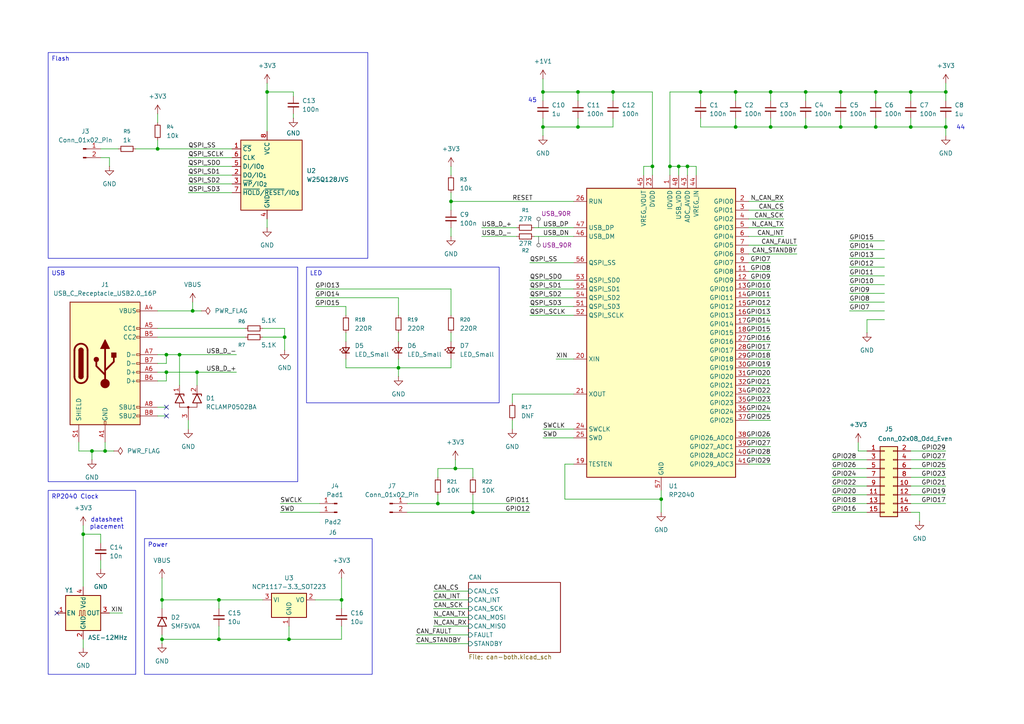
<source format=kicad_sch>
(kicad_sch (version 20250114) (generator "eeschema") (generator_version "9.0")
  (paper "A4")
  (title_block (title "PixApple") (date "2025-07-04") (rev "1"))
  (text "datasheet\nplacement" (at 30.988 151.892 0) (effects (font (size 1.27 1.27))))
  (text "45" (at 154.432 29.21 0) (effects (font (size 1.27 1.27))))
  (text "44" (at 278.638 37.084 0) (effects (font (size 1.27 1.27))))
  (text_box "RP2040 Clock" (at 13.97 142.24 0) (size 25.4 53.34) (margins 0.9525 0.9525 0.9525 0.9525) (effects (font (size 1.27 1.27)) (justify left top)))
  (text_box "Power" (at 41.91 156.21 0) (size 66.04 39.37) (margins 0.9525 0.9525 0.9525 0.9525) (effects (font (size 1.27 1.27)) (justify left top)))
  (text_box "LED" (at 88.9 77.47 0) (size 55.88 39.37) (margins 0.9525 0.9525 0.9525 0.9525) (effects (font (size 1.27 1.27)) (justify left top)))
  (text_box "USB" (at 13.97 77.47 0) (size 72.39 62.23) (margins 0.9525 0.9525 0.9525 0.9525) (effects (font (size 1.27 1.27)) (justify left top)))
  (text_box "Flash" (at 13.97 15.24 0) (size 92.71 59.69) (margins 0.9525 0.9525 0.9525 0.9525) (effects (font (size 1.27 1.27)) (justify left top)))
  (junction (at 127 146.05))
  (junction (at 167.64 36.83))
  (junction (at 130.81 58.42))
  (junction (at 254 36.83))
  (junction (at 137.16 148.59))
  (junction (at 83.82 185.42))
  (junction (at 77.47 26.67))
  (junction (at 264.16 26.67))
  (junction (at 46.99 173.99))
  (junction (at 177.8 26.67))
  (junction (at 48.26 107.95))
  (junction (at 213.36 26.67))
  (junction (at 99.06 173.99))
  (junction (at 191.77 144.78))
  (junction (at 189.23 48.26))
  (junction (at 57.15 107.95))
  (junction (at 203.2 26.67))
  (junction (at 254 26.67))
  (junction (at 213.36 36.83))
  (junction (at 26.67 130.81))
  (junction (at 82.55 97.79))
  (junction (at 45.72 43.18))
  (junction (at 274.32 26.67))
  (junction (at 223.52 36.83))
  (junction (at 194.31 48.26))
  (junction (at 243.84 26.67))
  (junction (at 199.39 48.26))
  (junction (at 157.48 36.83))
  (junction (at 167.64 26.67))
  (junction (at 30.48 130.81))
  (junction (at 196.85 48.26))
  (junction (at 157.48 26.67))
  (junction (at 63.5 173.99))
  (junction (at 233.68 36.83))
  (junction (at 63.5 185.42))
  (junction (at 233.68 26.67))
  (junction (at 55.88 90.17))
  (junction (at 24.13 154.94))
  (junction (at 223.52 26.67))
  (junction (at 132.08 135.89))
  (junction (at 243.84 36.83))
  (junction (at 52.07 102.87))
  (junction (at 115.57 106.68))
  (junction (at 46.99 185.42))
  (junction (at 48.26 102.87))
  (junction (at 274.32 36.83))
  (junction (at 264.16 36.83))
  (no_connect (at 48.26 120.65))
  (no_connect (at 16.51 177.8))
  (no_connect (at 48.26 118.11))
  (wire (pts (xy 83.82 181.61) (xy 83.82 185.42)))
  (wire (pts (xy 177.8 34.29) (xy 177.8 36.83)))
  (wire (pts (xy 157.48 29.21) (xy 157.48 26.67)))
  (wire (pts (xy 31.75 45.72) (xy 31.75 48.26)))
  (wire (pts (xy 39.37 43.18) (xy 45.72 43.18)))
  (wire (pts (xy 48.26 110.49) (xy 48.26 107.95)))
  (wire (pts (xy 223.52 83.82) (xy 217.17 83.82)))
  (wire (pts (xy 130.81 104.14) (xy 130.81 106.68)))
  (wire (pts (xy 91.44 83.82) (xy 130.81 83.82)))
  (wire (pts (xy 223.52 132.08) (xy 217.17 132.08)))
  (wire (pts (xy 167.64 34.29) (xy 167.64 36.83)))
  (wire (pts (xy 186.69 50.8) (xy 186.69 48.26)))
  (wire (pts (xy 31.75 177.8) (xy 35.56 177.8)))
  (wire (pts (xy 248.92 130.81) (xy 248.92 128.27)))
  (wire (pts (xy 54.61 55.88) (xy 67.31 55.88)))
  (wire (pts (xy 241.3 138.43) (xy 251.46 138.43)))
  (wire (pts (xy 274.32 24.13) (xy 274.32 26.67)))
  (wire (pts (xy 246.38 69.85) (xy 256.54 69.85)))
  (wire (pts (xy 167.64 36.83) (xy 157.48 36.83)))
  (wire (pts (xy 246.38 87.63) (xy 256.54 87.63)))
  (wire (pts (xy 125.73 181.61) (xy 135.89 181.61)))
  (wire (pts (xy 99.06 181.61) (xy 99.06 185.42)))
  (wire (pts (xy 167.64 26.67) (xy 177.8 26.67)))
  (wire (pts (xy 132.08 133.35) (xy 132.08 135.89)))
  (wire (pts (xy 153.67 86.36) (xy 166.37 86.36)))
  (wire (pts (xy 125.73 176.53) (xy 135.89 176.53)))
  (wire (pts (xy 115.57 104.14) (xy 115.57 106.68)))
  (wire (pts (xy 274.32 143.51) (xy 264.16 143.51)))
  (wire (pts (xy 54.61 53.34) (xy 67.31 53.34)))
  (wire (pts (xy 251.46 92.71) (xy 251.46 96.52)))
  (wire (pts (xy 99.06 176.53) (xy 99.06 173.99)))
  (wire (pts (xy 154.94 66.04) (xy 166.37 66.04)))
  (wire (pts (xy 45.72 40.64) (xy 45.72 43.18)))
  (wire (pts (xy 29.21 157.48) (xy 29.21 154.94)))
  (wire (pts (xy 241.3 140.97) (xy 251.46 140.97)))
  (wire (pts (xy 243.84 26.67) (xy 233.68 26.67)))
  (wire (pts (xy 246.38 74.93) (xy 256.54 74.93)))
  (wire (pts (xy 120.65 186.69) (xy 135.89 186.69)))
  (wire (pts (xy 45.72 105.41) (xy 48.26 105.41)))
  (wire (pts (xy 54.61 50.8) (xy 67.31 50.8)))
  (wire (pts (xy 29.21 43.18) (xy 34.29 43.18)))
  (wire (pts (xy 223.52 76.2) (xy 217.17 76.2)))
  (wire (pts (xy 63.5 173.99) (xy 76.2 173.99)))
  (wire (pts (xy 48.26 107.95) (xy 45.72 107.95)))
  (wire (pts (xy 274.32 130.81) (xy 264.16 130.81)))
  (wire (pts (xy 223.52 111.76) (xy 217.17 111.76)))
  (wire (pts (xy 163.83 134.62) (xy 163.83 144.78)))
  (wire (pts (xy 254 36.83) (xy 264.16 36.83)))
  (wire (pts (xy 201.93 48.26) (xy 199.39 48.26)))
  (wire (pts (xy 241.3 133.35) (xy 251.46 133.35)))
  (wire (pts (xy 191.77 142.24) (xy 191.77 144.78)))
  (wire (pts (xy 246.38 72.39) (xy 256.54 72.39)))
  (wire (pts (xy 100.33 104.14) (xy 100.33 106.68)))
  (wire (pts (xy 45.72 110.49) (xy 48.26 110.49)))
  (wire (pts (xy 29.21 162.56) (xy 29.21 165.1)))
  (wire (pts (xy 274.32 133.35) (xy 264.16 133.35)))
  (wire (pts (xy 137.16 135.89) (xy 132.08 135.89)))
  (wire (pts (xy 46.99 167.64) (xy 46.99 173.99)))
  (wire (pts (xy 29.21 154.94) (xy 24.13 154.94)))
  (wire (pts (xy 29.21 45.72) (xy 31.75 45.72)))
  (wire (pts (xy 177.8 26.67) (xy 177.8 29.21)))
  (wire (pts (xy 203.2 36.83) (xy 213.36 36.83)))
  (wire (pts (xy 130.81 58.42) (xy 130.81 55.88)))
  (wire (pts (xy 186.69 48.26) (xy 189.23 48.26)))
  (wire (pts (xy 77.47 63.5) (xy 77.47 66.04)))
  (wire (pts (xy 254 26.67) (xy 254 29.21)))
  (wire (pts (xy 199.39 48.26) (xy 196.85 48.26)))
  (wire (pts (xy 130.81 60.96) (xy 130.81 58.42)))
  (wire (pts (xy 213.36 29.21) (xy 213.36 26.67)))
  (wire (pts (xy 55.88 87.63) (xy 55.88 90.17)))
  (wire (pts (xy 57.15 107.95) (xy 57.15 111.76)))
  (wire (pts (xy 223.52 104.14) (xy 217.17 104.14)))
  (wire (pts (xy 130.81 83.82) (xy 130.81 91.44)))
  (wire (pts (xy 196.85 50.8) (xy 196.85 48.26)))
  (wire (pts (xy 82.55 95.25) (xy 82.55 97.79)))
  (wire (pts (xy 213.36 36.83) (xy 223.52 36.83)))
  (wire (pts (xy 137.16 148.59) (xy 118.11 148.59)))
  (wire (pts (xy 223.52 34.29) (xy 223.52 36.83)))
  (wire (pts (xy 251.46 130.81) (xy 248.92 130.81)))
  (wire (pts (xy 241.3 143.51) (xy 251.46 143.51)))
  (wire (pts (xy 274.32 146.05) (xy 264.16 146.05)))
  (wire (pts (xy 91.44 86.36) (xy 115.57 86.36)))
  (wire (pts (xy 223.52 88.9) (xy 217.17 88.9)))
  (wire (pts (xy 223.52 119.38) (xy 217.17 119.38)))
  (wire (pts (xy 52.07 102.87) (xy 68.58 102.87)))
  (wire (pts (xy 48.26 118.11) (xy 45.72 118.11)))
  (wire (pts (xy 223.52 127) (xy 217.17 127)))
  (wire (pts (xy 227.33 66.04) (xy 217.17 66.04)))
  (wire (pts (xy 55.88 90.17) (xy 45.72 90.17)))
  (wire (pts (xy 127 146.05) (xy 153.67 146.05)))
  (wire (pts (xy 203.2 34.29) (xy 203.2 36.83)))
  (wire (pts (xy 77.47 24.13) (xy 77.47 26.67)))
  (wire (pts (xy 223.52 99.06) (xy 217.17 99.06)))
  (wire (pts (xy 189.23 26.67) (xy 189.23 48.26)))
  (wire (pts (xy 227.33 63.5) (xy 217.17 63.5)))
  (wire (pts (xy 223.52 26.67) (xy 213.36 26.67)))
  (wire (pts (xy 58.42 90.17) (xy 55.88 90.17)))
  (wire (pts (xy 115.57 96.52) (xy 115.57 99.06)))
  (wire (pts (xy 85.09 26.67) (xy 85.09 27.94)))
  (wire (pts (xy 177.8 36.83) (xy 167.64 36.83)))
  (wire (pts (xy 153.67 76.2) (xy 166.37 76.2)))
  (wire (pts (xy 130.81 66.04) (xy 130.81 68.58)))
  (wire (pts (xy 63.5 181.61) (xy 63.5 185.42)))
  (wire (pts (xy 100.33 96.52) (xy 100.33 99.06)))
  (wire (pts (xy 223.52 81.28) (xy 217.17 81.28)))
  (wire (pts (xy 191.77 144.78) (xy 191.77 148.59)))
  (wire (pts (xy 115.57 106.68) (xy 115.57 109.22)))
  (wire (pts (xy 48.26 105.41) (xy 48.26 102.87)))
  (wire (pts (xy 157.48 39.37) (xy 157.48 36.83)))
  (wire (pts (xy 274.32 36.83) (xy 274.32 39.37)))
  (wire (pts (xy 227.33 68.58) (xy 217.17 68.58)))
  (wire (pts (xy 213.36 34.29) (xy 213.36 36.83)))
  (wire (pts (xy 227.33 58.42) (xy 217.17 58.42)))
  (wire (pts (xy 130.81 58.42) (xy 166.37 58.42)))
  (wire (pts (xy 153.67 83.82) (xy 166.37 83.82)))
  (wire (pts (xy 45.72 33.02) (xy 45.72 35.56)))
  (wire (pts (xy 82.55 97.79) (xy 82.55 101.6)))
  (wire (pts (xy 46.99 185.42) (xy 46.99 186.69)))
  (wire (pts (xy 163.83 144.78) (xy 191.77 144.78)))
  (wire (pts (xy 233.68 26.67) (xy 223.52 26.67)))
  (wire (pts (xy 264.16 34.29) (xy 264.16 36.83)))
  (wire (pts (xy 246.38 82.55) (xy 256.54 82.55)))
  (wire (pts (xy 130.81 50.8) (xy 130.81 48.26)))
  (wire (pts (xy 264.16 148.59) (xy 266.7 148.59)))
  (wire (pts (xy 213.36 26.67) (xy 203.2 26.67)))
  (wire (pts (xy 54.61 48.26) (xy 67.31 48.26)))
  (wire (pts (xy 127 135.89) (xy 132.08 135.89)))
  (wire (pts (xy 115.57 86.36) (xy 115.57 91.44)))
  (wire (pts (xy 46.99 185.42) (xy 63.5 185.42)))
  (wire (pts (xy 199.39 50.8) (xy 199.39 48.26)))
  (wire (pts (xy 139.7 68.58) (xy 149.86 68.58)))
  (wire (pts (xy 30.48 128.27) (xy 30.48 130.81)))
  (wire (pts (xy 127 138.43) (xy 127 135.89)))
  (wire (pts (xy 246.38 77.47) (xy 256.54 77.47)))
  (wire (pts (xy 153.67 81.28) (xy 166.37 81.28)))
  (wire (pts (xy 243.84 36.83) (xy 254 36.83)))
  (wire (pts (xy 54.61 121.92) (xy 54.61 124.46)))
  (wire (pts (xy 54.61 45.72) (xy 67.31 45.72)))
  (wire (pts (xy 241.3 148.59) (xy 251.46 148.59)))
  (wire (pts (xy 264.16 36.83) (xy 274.32 36.83)))
  (wire (pts (xy 264.16 26.67) (xy 264.16 29.21)))
  (wire (pts (xy 30.48 130.81) (xy 26.67 130.81)))
  (wire (pts (xy 26.67 130.81) (xy 26.67 133.35)))
  (wire (pts (xy 233.68 34.29) (xy 233.68 36.83)))
  (wire (pts (xy 130.81 96.52) (xy 130.81 99.06)))
  (wire (pts (xy 63.5 185.42) (xy 83.82 185.42)))
  (wire (pts (xy 153.67 148.59) (xy 137.16 148.59)))
  (wire (pts (xy 100.33 88.9) (xy 100.33 91.44)))
  (wire (pts (xy 48.26 107.95) (xy 57.15 107.95)))
  (wire (pts (xy 246.38 90.17) (xy 256.54 90.17)))
  (wire (pts (xy 154.94 68.58) (xy 166.37 68.58)))
  (wire (pts (xy 194.31 26.67) (xy 203.2 26.67)))
  (wire (pts (xy 256.54 92.71) (xy 251.46 92.71)))
  (wire (pts (xy 274.32 135.89) (xy 264.16 135.89)))
  (wire (pts (xy 223.52 91.44) (xy 217.17 91.44)))
  (wire (pts (xy 233.68 36.83) (xy 243.84 36.83)))
  (wire (pts (xy 77.47 26.67) (xy 85.09 26.67)))
  (wire (pts (xy 246.38 85.09) (xy 256.54 85.09)))
  (wire (pts (xy 148.59 121.92) (xy 148.59 124.46)))
  (wire (pts (xy 139.7 66.04) (xy 149.86 66.04)))
  (wire (pts (xy 77.47 26.67) (xy 77.47 38.1)))
  (wire (pts (xy 99.06 185.42) (xy 83.82 185.42)))
  (wire (pts (xy 137.16 143.51) (xy 137.16 148.59)))
  (wire (pts (xy 157.48 34.29) (xy 157.48 36.83)))
  (wire (pts (xy 153.67 91.44) (xy 166.37 91.44)))
  (wire (pts (xy 231.14 71.12) (xy 217.17 71.12)))
  (wire (pts (xy 227.33 60.96) (xy 217.17 60.96)))
  (wire (pts (xy 45.72 95.25) (xy 71.12 95.25)))
  (wire (pts (xy 48.26 102.87) (xy 45.72 102.87)))
  (wire (pts (xy 223.52 96.52) (xy 217.17 96.52)))
  (wire (pts (xy 81.28 146.05) (xy 92.71 146.05)))
  (wire (pts (xy 148.59 114.3) (xy 148.59 116.84)))
  (wire (pts (xy 167.64 26.67) (xy 167.64 29.21)))
  (wire (pts (xy 120.65 184.15) (xy 135.89 184.15)))
  (wire (pts (xy 166.37 114.3) (xy 148.59 114.3)))
  (wire (pts (xy 243.84 34.29) (xy 243.84 36.83)))
  (wire (pts (xy 125.73 173.99) (xy 135.89 173.99)))
  (wire (pts (xy 241.3 135.89) (xy 251.46 135.89)))
  (wire (pts (xy 48.26 120.65) (xy 45.72 120.65)))
  (wire (pts (xy 189.23 50.8) (xy 189.23 48.26)))
  (wire (pts (xy 274.32 140.97) (xy 264.16 140.97)))
  (wire (pts (xy 254 34.29) (xy 254 36.83)))
  (wire (pts (xy 22.86 128.27) (xy 22.86 130.81)))
  (wire (pts (xy 76.2 97.79) (xy 82.55 97.79)))
  (wire (pts (xy 201.93 50.8) (xy 201.93 48.26)))
  (wire (pts (xy 254 26.67) (xy 243.84 26.67)))
  (wire (pts (xy 166.37 134.62) (xy 163.83 134.62)))
  (wire (pts (xy 274.32 26.67) (xy 264.16 26.67)))
  (wire (pts (xy 203.2 29.21) (xy 203.2 26.67)))
  (wire (pts (xy 266.7 148.59) (xy 266.7 151.13)))
  (wire (pts (xy 100.33 106.68) (xy 115.57 106.68)))
  (wire (pts (xy 264.16 26.67) (xy 254 26.67)))
  (wire (pts (xy 223.52 101.6) (xy 217.17 101.6)))
  (wire (pts (xy 194.31 26.67) (xy 194.31 48.26)))
  (wire (pts (xy 246.38 80.01) (xy 256.54 80.01)))
  (wire (pts (xy 45.72 97.79) (xy 71.12 97.79)))
  (wire (pts (xy 33.02 130.81) (xy 30.48 130.81)))
  (wire (pts (xy 46.99 173.99) (xy 46.99 176.53)))
  (wire (pts (xy 125.73 171.45) (xy 135.89 171.45)))
  (wire (pts (xy 223.52 116.84) (xy 217.17 116.84)))
  (wire (pts (xy 223.52 29.21) (xy 223.52 26.67)))
  (wire (pts (xy 125.73 179.07) (xy 135.89 179.07)))
  (wire (pts (xy 52.07 102.87) (xy 52.07 111.76)))
  (wire (pts (xy 223.52 78.74) (xy 217.17 78.74)))
  (wire (pts (xy 24.13 154.94) (xy 24.13 170.18)))
  (wire (pts (xy 223.52 109.22) (xy 217.17 109.22)))
  (wire (pts (xy 127 146.05) (xy 118.11 146.05)))
  (wire (pts (xy 130.81 106.68) (xy 115.57 106.68)))
  (wire (pts (xy 157.48 124.46) (xy 166.37 124.46)))
  (wire (pts (xy 223.52 134.62) (xy 217.17 134.62)))
  (wire (pts (xy 63.5 176.53) (xy 63.5 173.99)))
  (wire (pts (xy 24.13 185.42) (xy 24.13 187.96)))
  (wire (pts (xy 233.68 26.67) (xy 233.68 29.21)))
  (wire (pts (xy 223.52 121.92) (xy 217.17 121.92)))
  (wire (pts (xy 241.3 146.05) (xy 251.46 146.05)))
  (wire (pts (xy 194.31 48.26) (xy 194.31 50.8)))
  (wire (pts (xy 274.32 26.67) (xy 274.32 29.21)))
  (wire (pts (xy 153.67 88.9) (xy 166.37 88.9)))
  (wire (pts (xy 223.52 36.83) (xy 233.68 36.83)))
  (wire (pts (xy 231.14 73.66) (xy 217.17 73.66)))
  (wire (pts (xy 46.99 184.15) (xy 46.99 185.42)))
  (wire (pts (xy 177.8 26.67) (xy 189.23 26.67)))
  (wire (pts (xy 91.44 88.9) (xy 100.33 88.9)))
  (wire (pts (xy 223.52 129.54) (xy 217.17 129.54)))
  (wire (pts (xy 161.29 104.14) (xy 166.37 104.14)))
  (wire (pts (xy 243.84 26.67) (xy 243.84 29.21)))
  (wire (pts (xy 223.52 114.3) (xy 217.17 114.3)))
  (wire (pts (xy 274.32 138.43) (xy 264.16 138.43)))
  (wire (pts (xy 157.48 127) (xy 166.37 127)))
  (wire (pts (xy 127 143.51) (xy 127 146.05)))
  (wire (pts (xy 99.06 167.64) (xy 99.06 173.99)))
  (wire (pts (xy 63.5 173.99) (xy 46.99 173.99)))
  (wire (pts (xy 223.52 106.68) (xy 217.17 106.68)))
  (wire (pts (xy 57.15 107.95) (xy 68.58 107.95)))
  (wire (pts (xy 196.85 48.26) (xy 194.31 48.26)))
  (wire (pts (xy 223.52 93.98) (xy 217.17 93.98)))
  (wire (pts (xy 85.09 33.02) (xy 85.09 34.29)))
  (wire (pts (xy 223.52 86.36) (xy 217.17 86.36)))
  (wire (pts (xy 157.48 26.67) (xy 167.64 26.67)))
  (wire (pts (xy 45.72 43.18) (xy 67.31 43.18)))
  (wire (pts (xy 22.86 130.81) (xy 26.67 130.81)))
  (wire (pts (xy 157.48 26.67) (xy 157.48 22.86)))
  (wire (pts (xy 24.13 152.4) (xy 24.13 154.94)))
  (wire (pts (xy 274.32 34.29) (xy 274.32 36.83)))
  (wire (pts (xy 81.28 148.59) (xy 92.71 148.59)))
  (wire (pts (xy 99.06 173.99) (xy 91.44 173.99)))
  (wire (pts (xy 76.2 95.25) (xy 82.55 95.25)))
  (wire (pts (xy 48.26 102.87) (xy 52.07 102.87)))
  (wire (pts (xy 137.16 138.43) (xy 137.16 135.89)))
  (label "N_CAN_RX" (at 125.73 181.61 0))
  (label "GPIO23" (at 223.52 116.84 180))
  (label "N_CAN_TX" (at 125.73 179.07 0))
  (label "GPIO29" (at 223.52 134.62 180))
  (label "CAN_FAULT" (at 231.14 71.12 180))
  (label "QSPI_SD3" (at 153.67 88.9 0))
  (label "QSPI_SCLK" (at 54.61 45.72 0))
  (label "GPIO17" (at 274.32 146.05 180))
  (label "GPIO9" (at 223.52 81.28 180))
  (label "RESET" (at 148.59 58.42 0))
  (label "GPIO12" (at 223.52 88.9 180))
  (label "XIN" (at 161.29 104.14 0))
  (label "QSPI_SCLK" (at 153.67 91.44 0))
  (label "GPIO11" (at 223.52 86.36 180))
  (label "GPIO25" (at 223.52 121.92 180))
  (label "GPIO15" (at 91.44 88.9 0))
  (label "GPIO23" (at 274.32 138.43 180))
  (label "CAN_CS" (at 227.33 60.96 180))
  (label "QSPI_SDO" (at 54.61 48.26 0))
  (label "GPIO22" (at 241.3 140.97 0))
  (label "GPIO11" (at 153.67 146.05 180))
  (label "GPIO24" (at 241.3 138.43 0))
  (label "QSPI_SD2" (at 54.61 53.34 0))
  (label "CAN_STANDBY" (at 231.14 73.66 180))
  (label "GPIO25" (at 274.32 135.89 180))
  (label "GPIO14" (at 91.44 86.36 0))
  (label "USB_DN" (at 157.48 68.58 0))
  (label "QSPI_SDO" (at 153.67 81.28 0))
  (label "SWCLK" (at 157.48 124.46 0))
  (label "GPIO11" (at 246.38 80.01 0))
  (label "SWCLK" (at 81.28 146.05 0))
  (label "GPIO21" (at 274.32 140.97 180))
  (label "GPIO27" (at 223.52 129.54 180))
  (label "GPIO8" (at 223.52 78.74 180))
  (label "N_CAN_TX" (at 227.33 66.04 180))
  (label "GPIO7" (at 246.38 90.17 0))
  (label "GPIO26" (at 223.52 127 180))
  (label "GPIO15" (at 223.52 96.52 180))
  (label "CAN_STANDBY" (at 120.65 186.69 0))
  (label "GPIO13" (at 91.44 83.82 0))
  (label "USB_D_+" (at 68.58 107.95 180))
  (label "GPIO17" (at 223.52 101.6 180))
  (label "GPIO28" (at 223.52 132.08 180))
  (label "GPIO26" (at 241.3 135.89 0))
  (label "QSPI_SD1" (at 153.67 83.82 0))
  (label "CAN_CS" (at 125.73 171.45 0))
  (label "GPIO18" (at 223.52 104.14 180))
  (label "GPIO10" (at 246.38 82.55 0))
  (label "CAN_SCK" (at 227.33 63.5 180))
  (label "GPIO22" (at 223.52 114.3 180))
  (label "GPIO13" (at 223.52 91.44 180))
  (label "GPIO7" (at 223.52 76.2 180))
  (label "QSPI_SD2" (at 153.67 86.36 0))
  (label "GPIO15" (at 246.38 69.85 0))
  (label "GPIO16" (at 241.3 148.59 0))
  (label "QSPI_SD3" (at 54.61 55.88 0))
  (label "SWD" (at 157.48 127 0))
  (label "GPIO24" (at 223.52 119.38 180))
  (label "XIN" (at 35.56 177.8 180))
  (label "GPIO21" (at 223.52 111.76 180))
  (label "CAN_INT" (at 125.73 173.99 0))
  (label "GPIO20" (at 223.52 109.22 180))
  (label "QSPI_SS" (at 153.67 76.2 0))
  (label "QSPI_SD1" (at 54.61 50.8 0))
  (label "GPIO27" (at 274.32 133.35 180))
  (label "USB_DP" (at 157.48 66.04 0))
  (label "GPIO12" (at 246.38 77.47 0))
  (label "GPIO14" (at 246.38 72.39 0))
  (label "GPIO29" (at 274.32 130.81 180))
  (label "QSPI_SS" (at 54.61 43.18 0))
  (label "N_CAN_RX" (at 227.33 58.42 180))
  (label "GPIO9" (at 246.38 85.09 0))
  (label "GPIO16" (at 223.52 99.06 180))
  (label "GPIO12" (at 153.67 148.59 180))
  (label "GPIO14" (at 223.52 93.98 180))
  (label "GPIO20" (at 241.3 143.51 0))
  (label "CAN_INT" (at 227.33 68.58 180))
  (label "USB_D_-" (at 68.58 102.87 180))
  (label "GPIO18" (at 241.3 146.05 0))
  (label "USB_D_-" (at 139.7 68.58 0))
  (label "GPIO19" (at 223.52 106.68 180))
  (label "GPIO13" (at 246.38 74.93 0))
  (label "GPIO8" (at 246.38 87.63 0))
  (label "SWD" (at 81.28 148.59 0))
  (label "GPIO19" (at 274.32 143.51 180))
  (label "GPIO10" (at 223.52 83.82 180))
  (label "CAN_FAULT" (at 120.65 184.15 0))
  (label "CAN_SCK" (at 125.73 176.53 0))
  (label "USB_D_+" (at 139.7 66.04 0))
  (label "GPIO28" (at 241.3 133.35 0))
  (netclass_flag "" (length 2.54) (shape round) (at 156.21 68.58 180) (property "Netclass" "USB_90R" (at 157.226 71.12 0) (effects (justify left))))
  (netclass_flag "" (length 2.54) (shape round) (at 156.21 66.04 0) (property "Netclass" "USB_90R" (at 156.972 61.976 0) (effects (justify left))))
  (symbol (lib_id "power:GND") (at 46.99 186.69 0) (unit 1)
    (property "Reference" "#PWR020" (effects (hide yes)))
    (property "Value" "GND" (at 46.99 191.77 0))
    (property "Description" "Power symbol creates a global label with name \"GND\" , ground" (effects (hide yes)))
  )
  (symbol (lib_id "Device:C_Small") (at 243.84 31.75 0) (unit 1)
    (property "Reference" "C5" (at 246.38 30.4862 0) (effects (justify left)))
    (property "Value" "100n" (at 246.38 33.0262 0) (effects (justify left)))
    (property "Footprint" "Capacitor_SMD:C_0603_1608Metric_Pad1.08x0.95mm_HandSolder" (effects (hide yes)))
    (property "Description" "Unpolarized capacitor, small symbol" (effects (hide yes)))
  )
  (symbol (lib_id "Device:R_Small") (at 115.57 93.98 180) (unit 1)
    (property "Reference" "R19" (at 118.11 92.7099 0) (effects (font (size 1.016 1.016)) (justify right)))
    (property "Value" "220R" (at 118.11 95.2499 0) (effects (justify right)))
    (property "Footprint" "Resistor_SMD:R_0603_1608Metric_Pad0.98x0.95mm_HandSolder" (effects (hide yes)))
    (property "Description" "Resistor, small symbol" (effects (hide yes)))
  )
  (symbol (lib_id "power:GND") (at 77.47 66.04 0) (unit 1)
    (property "Reference" "#PWR012" (effects (hide yes)))
    (property "Value" "GND" (at 77.47 71.12 0))
    (property "Description" "Power symbol creates a global label with name \"GND\" , ground" (effects (hide yes)))
  )
  (symbol (lib_id "Regulator_Linear:NCP1117-3.3_SOT223") (at 83.82 173.99 0) (unit 1)
    (property "Reference" "U3" (at 83.82 167.64 0))
    (property "Value" "NCP1117-3.3_SOT223" (at 83.82 170.18 0))
    (property "Footprint" "Package_TO_SOT_SMD:SOT-223-3_TabPin2" (effects (hide yes)))
    (property "Datasheet" "http://www.onsemi.com/pub_link/Collateral/NCP1117-D.PDF" (effects (hide yes)))
    (property "Description" "1A Low drop-out regulator, Fixed Output 3.3V, SOT-223" (effects (hide yes)))
  )
  (symbol (lib_id "Device:C_Small") (at 274.32 31.75 0) (unit 1)
    (property "Reference" "C8" (at 276.86 30.4862 0) (effects (justify left)))
    (property "Value" "1u" (at 276.86 33.0262 0) (effects (justify left)))
    (property "Footprint" "Capacitor_SMD:C_0603_1608Metric_Pad1.08x0.95mm_HandSolder" (effects (hide yes)))
    (property "Description" "Unpolarized capacitor, small symbol" (effects (hide yes)))
  )
  (symbol (lib_id "Device:C_Small") (at 63.5 179.07 0) (unit 1)
    (property "Reference" "C15" (at 66.04 177.8062 0) (effects (justify left)))
    (property "Value" "10u" (at 66.04 180.3462 0) (effects (justify left)))
    (property "Footprint" "Capacitor_SMD:C_0603_1608Metric_Pad1.08x0.95mm_HandSolder" (effects (hide yes)))
    (property "Description" "Unpolarized capacitor, small symbol" (effects (hide yes)))
  )
  (symbol (lib_id "power:GND") (at 31.75 48.26 0) (unit 1)
    (property "Reference" "#PWR036" (effects (hide yes)))
    (property "Value" "GND" (at 31.75 53.34 0))
    (property "Description" "Power symbol creates a global label with name \"GND\" , ground" (effects (hide yes)))
  )
  (symbol (lib_id "Device:R_Small") (at 73.66 97.79 90) (unit 1)
    (property "Reference" "R7" (at 70.104 100.076 90) (effects (font (size 1.016 1.016))))
    (property "Value" "5.1K" (at 77.978 100.076 90))
    (property "Footprint" "Resistor_SMD:R_0603_1608Metric_Pad0.98x0.95mm_HandSolder" (effects (hide yes)))
    (property "Description" "Resistor, small symbol" (effects (hide yes)))
  )
  (symbol (lib_id "power:GND") (at 191.77 148.59 0) (unit 1)
    (property "Reference" "#PWR01" (effects (hide yes)))
    (property "Value" "GND" (at 191.77 153.67 0))
    (property "Description" "Power symbol creates a global label with name \"GND\" , ground" (effects (hide yes)))
  )
  (symbol (lib_id "power:VBUS") (at 46.99 167.64 0) (unit 1)
    (property "Reference" "#PWR019" (effects (hide yes)))
    (property "Value" "VBUS" (at 46.99 162.56 0))
    (property "Description" "Power symbol creates a global label with name \"VBUS\"" (effects (hide yes)))
  )
  (symbol (lib_id "power:GND") (at 82.55 101.6 0) (unit 1)
    (property "Reference" "#PWR014" (effects (hide yes)))
    (property "Value" "GND" (at 82.55 106.68 0))
    (property "Description" "Power symbol creates a global label with name \"GND\" , ground" (effects (hide yes)))
  )
  (symbol (lib_id "Device:C_Small") (at 203.2 31.75 0) (unit 1)
    (property "Reference" "C1" (at 205.74 30.4862 0) (effects (justify left)))
    (property "Value" "100n" (at 205.74 33.0262 0) (effects (justify left)))
    (property "Footprint" "Capacitor_SMD:C_0603_1608Metric_Pad1.08x0.95mm_HandSolder" (effects (hide yes)))
    (property "Description" "Unpolarized capacitor, small symbol" (effects (hide yes)))
  )
  (symbol (lib_id "power:GND") (at 251.46 96.52 0) (unit 1)
    (property "Reference" "#PWR039" (effects (hide yes)))
    (property "Value" "GND" (at 251.46 101.6 0))
    (property "Description" "Power symbol creates a global label with name \"GND\" , ground" (effects (hide yes)))
  )
  (symbol (lib_id "Power_Protection:RCLAMP0502BA") (at 54.61 116.84 90) (unit 1)
    (property "Reference" "D1" (at 59.69 115.5064 90) (effects (justify right)))
    (property "Value" "RCLAMP0502BA" (at 59.69 118.0464 90) (effects (justify right)))
    (property "Footprint" "Package_TO_SOT_SMD:SOT-416" (effects (hide yes)))
    (property "Datasheet" "https://www.semtech.com/products/circuit-protection/low-capacitance/rclamp0502ba" (effects (hide yes)))
    (property "Description" "Low capacitance unidirectional dual ESD protection diode, SC-75" (effects (hide yes)))
  )
  (symbol (lib_id "Device:C_Small") (at 177.8 31.75 0) (unit 1)
    (property "Reference" "C12" (at 180.34 30.4862 0) (effects (justify left)))
    (property "Value" "100n" (at 180.34 33.0262 0) (effects (justify left)))
    (property "Footprint" "Capacitor_SMD:C_0603_1608Metric_Pad1.08x0.95mm_HandSolder" (effects (hide yes)))
    (property "Description" "Unpolarized capacitor, small symbol" (effects (hide yes)))
  )
  (symbol (lib_id "Device:R_Small") (at 100.33 93.98 180) (unit 1)
    (property "Reference" "R18" (at 102.87 92.7099 0) (effects (font (size 1.016 1.016)) (justify right)))
    (property "Value" "220R" (at 102.87 95.2499 0) (effects (justify right)))
    (property "Footprint" "Resistor_SMD:R_0603_1608Metric_Pad0.98x0.95mm_HandSolder" (effects (hide yes)))
    (property "Description" "Resistor, small symbol" (effects (hide yes)))
  )
  (symbol (lib_id "Device:C_Small") (at 29.21 160.02 0) (unit 1)
    (property "Reference" "C14" (at 31.75 158.7562 0) (effects (justify left)))
    (property "Value" "10n" (at 31.75 161.2962 0) (effects (justify left)))
    (property "Footprint" "Capacitor_SMD:C_0603_1608Metric_Pad1.08x0.95mm_HandSolder" (effects (hide yes)))
    (property "Description" "Unpolarized capacitor, small symbol" (effects (hide yes)))
  )
  (symbol (lib_id "Connector_Generic:Conn_02x08_Odd_Even") (at 256.54 138.43 0) (unit 1)
    (property "Reference" "J5" (at 257.81 124.46 0))
    (property "Value" "Conn_02x08_Odd_Even" (at 265.43 127.254 0))
    (property "Footprint" "Connector_PinHeader_2.54mm:PinHeader_2x08_P2.54mm_Vertical" (effects (hide yes)))
    (property "Description" "Generic connector, double row, 02x08, odd/even pin numbering scheme (row 1 odd numbers, row 2 even numbers), script generated (kicad-library-utils/schlib/autogen/connector/)" (effects (hide yes)))
  )
  (symbol (lib_id "Device:R_Small") (at 148.59 119.38 0) (unit 1)
    (property "Reference" "R17" (at 151.13 118.1099 0) (effects (font (size 1.016 1.016)) (justify left)))
    (property "Value" "DNF" (at 151.13 120.6499 0) (effects (justify left)))
    (property "Footprint" "Resistor_SMD:R_0603_1608Metric_Pad0.98x0.95mm_HandSolder" (effects (hide yes)))
    (property "Description" "Resistor, small symbol" (effects (hide yes)))
  )
  (symbol (lib_id "power:+3V3") (at 274.32 24.13 0) (unit 1)
    (property "Reference" "#PWR02" (effects (hide yes)))
    (property "Value" "+3V3" (at 274.32 19.05 0))
    (property "Description" "Power symbol creates a global label with name \"+3V3\"" (effects (hide yes)))
  )
  (symbol (lib_id "power:PWR_FLAG") (at 33.02 130.81 270) (unit 1)
    (property "Reference" "#FLG02" (effects (hide yes)))
    (property "Value" "PWR_FLAG" (at 36.83 130.8099 90) (effects (justify left)))
    (property "Description" "Special symbol for telling ERC where power comes from" (effects (hide yes)))
  )
  (symbol (lib_id "MCU_RaspberryPi:RP2040") (at 191.77 96.52 0) (unit 1)
    (property "Reference" "U1" (at 193.9133 140.97 0) (effects (justify left)))
    (property "Value" "RP2040" (at 193.9133 143.51 0) (effects (justify left)))
    (property "Footprint" "Package_DFN_QFN:QFN-56-1EP_7x7mm_P0.4mm_EP3.2x3.2mm" (effects (hide yes)))
    (property "Datasheet" "https://datasheets.raspberrypi.com/rp2040/rp2040-datasheet.pdf" (effects (hide yes)))
    (property "Description" "A microcontroller by Raspberry Pi" (effects (hide yes)))
  )
  (symbol (lib_id "Device:C_Small") (at 233.68 31.75 0) (unit 1)
    (property "Reference" "C4" (at 236.22 30.4862 0) (effects (justify left)))
    (property "Value" "100n" (at 236.22 33.0262 0) (effects (justify left)))
    (property "Footprint" "Capacitor_SMD:C_0603_1608Metric_Pad1.08x0.95mm_HandSolder" (effects (hide yes)))
    (property "Description" "Unpolarized capacitor, small symbol" (effects (hide yes)))
  )
  (symbol (lib_id "Connector:Conn_01x02_Pin") (at 24.13 43.18 0) (unit 1)
    (property "Reference" "J3" (at 24.765 38.1 0))
    (property "Value" "Conn_01x02_Pin" (at 24.765 40.64 0))
    (property "Footprint" "Connector_PinHeader_2.54mm:PinHeader_1x02_P2.54mm_Vertical" (effects (hide yes)))
    (property "Description" "Generic connector, single row, 01x02, script generated" (effects (hide yes)))
  )
  (symbol (lib_id "power:PWR_FLAG") (at 58.42 90.17 270) (unit 1)
    (property "Reference" "#FLG01" (effects (hide yes)))
    (property "Value" "PWR_FLAG" (at 62.23 90.1699 90) (effects (justify left)))
    (property "Description" "Special symbol for telling ERC where power comes from" (effects (hide yes)))
  )
  (symbol (lib_id "power:+3V3") (at 99.06 167.64 0) (unit 1)
    (property "Reference" "#PWR021" (effects (hide yes)))
    (property "Value" "+3V3" (at 99.06 162.56 0))
    (property "Description" "Power symbol creates a global label with name \"+3V3\"" (effects (hide yes)))
  )
  (symbol (lib_id "Device:R_Small") (at 137.16 140.97 0) (unit 1)
    (property "Reference" "R22" (at 139.7 139.6999 0) (effects (font (size 1.016 1.016)) (justify left)))
    (property "Value" "10K" (at 139.7 142.2399 0) (effects (justify left)))
    (property "Footprint" "Resistor_SMD:R_0603_1608Metric_Pad0.98x0.95mm_HandSolder" (effects (hide yes)))
    (property "Description" "Resistor, small symbol" (effects (hide yes)))
  )
  (symbol (lib_id "power:GND") (at 157.48 39.37 0) (unit 1)
    (property "Reference" "#PWR07" (effects (hide yes)))
    (property "Value" "GND" (at 157.48 44.45 0))
    (property "Description" "Power symbol creates a global label with name \"GND\" , ground" (effects (hide yes)))
  )
  (symbol (lib_id "Device:C_Small") (at 157.48 31.75 0) (unit 1)
    (property "Reference" "C10" (at 160.02 30.4862 0) (effects (justify left)))
    (property "Value" "1u" (at 160.02 33.0262 0) (effects (justify left)))
    (property "Footprint" "Capacitor_SMD:C_0603_1608Metric_Pad1.08x0.95mm_HandSolder" (effects (hide yes)))
    (property "Description" "Unpolarized capacitor, small symbol" (effects (hide yes)))
  )
  (symbol (lib_id "power:GND") (at 29.21 165.1 0) (unit 1)
    (property "Reference" "#PWR018" (effects (hide yes)))
    (property "Value" "GND" (at 29.21 170.18 0))
    (property "Description" "Power symbol creates a global label with name \"GND\" , ground" (effects (hide yes)))
  )
  (symbol (lib_id "power:+3V3") (at 77.47 24.13 0) (unit 1)
    (property "Reference" "#PWR011" (effects (hide yes)))
    (property "Value" "+3V3" (at 77.47 19.05 0))
    (property "Description" "Power symbol creates a global label with name \"+3V3\"" (effects (hide yes)))
  )
  (symbol (lib_id "Device:C_Small") (at 223.52 31.75 0) (unit 1)
    (property "Reference" "C3" (at 226.06 30.4862 0) (effects (justify left)))
    (property "Value" "100n" (at 226.06 33.0262 0) (effects (justify left)))
    (property "Footprint" "Capacitor_SMD:C_0603_1608Metric_Pad1.08x0.95mm_HandSolder" (effects (hide yes)))
    (property "Description" "Unpolarized capacitor, small symbol" (effects (hide yes)))
  )
  (symbol (lib_id "Memory_Flash:W25Q128JVS") (at 77.47 50.8 0) (unit 1)
    (property "Reference" "U2" (at 88.9 49.5299 0) (effects (justify left)))
    (property "Value" "W25Q128JVS" (at 88.9 52.0699 0) (effects (justify left)))
    (property "Footprint" "Package_SO:SOIC-8_5.3x5.3mm_P1.27mm" (effects (hide yes)))
    (property "Datasheet" "https://www.winbond.com/resource-files/w25q128jv_dtr%20revc%2003272018%20plus.pdf" (effects (hide yes)))
    (property "Description" "128Mbit / 16MiB Serial Flash Memory, Standard/Dual/Quad SPI, 2.7-3.6V, SOIC-8" (effects (hide yes)))
  )
  (symbol (lib_id "Diode:SMF5V0A") (at 46.99 180.34 270) (unit 1)
    (property "Reference" "D2" (at 49.53 179.0699 90) (effects (justify left)))
    (property "Value" "SMF5V0A" (at 49.53 181.6099 90) (effects (justify left)))
    (property "Footprint" "Diode_SMD:D_SMF" (effects (hide yes)))
    (property "Datasheet" "https://www.vishay.com/doc?85881" (effects (hide yes)))
    (property "Description" "200W unidirectional Transil Transient Voltage Suppressor, 5Vrwm, SMF" (effects (hide yes)))
  )
  (symbol (lib_id "Device:R_Small") (at 36.83 43.18 90) (unit 1)
    (property "Reference" "R5" (at 36.83 38.1 90) (effects (font (size 1.016 1.016))))
    (property "Value" "1k" (at 36.83 40.64 90))
    (property "Footprint" "Resistor_SMD:R_0603_1608Metric_Pad0.98x0.95mm_HandSolder" (effects (hide yes)))
    (property "Description" "Resistor, small symbol" (effects (hide yes)))
  )
  (symbol (lib_id "Device:R_Small") (at 130.81 53.34 0) (unit 1)
    (property "Reference" "R3" (at 133.35 52.0699 0) (effects (font (size 1.016 1.016)) (justify left)))
    (property "Value" "10k" (at 133.35 54.6099 0) (effects (justify left)))
    (property "Footprint" "Resistor_SMD:R_0603_1608Metric_Pad0.98x0.95mm_HandSolder" (effects (hide yes)))
    (property "Description" "Resistor, small symbol" (effects (hide yes)))
  )
  (symbol (lib_id "power:+3V3") (at 45.72 33.02 0) (unit 1)
    (property "Reference" "#PWR09" (effects (hide yes)))
    (property "Value" "+3V3" (at 45.72 27.94 0))
    (property "Description" "Power symbol creates a global label with name \"+3V3\"" (effects (hide yes)))
  )
  (symbol (lib_id "Device:R_Small") (at 130.81 93.98 180) (unit 1)
    (property "Reference" "R20" (at 133.35 92.7099 0) (effects (font (size 1.016 1.016)) (justify right)))
    (property "Value" "220R" (at 133.35 95.2499 0) (effects (justify right)))
    (property "Footprint" "Resistor_SMD:R_0603_1608Metric_Pad0.98x0.95mm_HandSolder" (effects (hide yes)))
    (property "Description" "Resistor, small symbol" (effects (hide yes)))
  )
  (symbol (lib_id "power:GND") (at 148.59 124.46 0) (unit 1)
    (property "Reference" "#PWR037" (effects (hide yes)))
    (property "Value" "GND" (at 148.59 129.54 0))
    (property "Description" "Power symbol creates a global label with name \"GND\" , ground" (effects (hide yes)))
  )
  (symbol (lib_id "power:GND") (at 85.09 34.29 0) (unit 1)
    (property "Reference" "#PWR010" (effects (hide yes)))
    (property "Value" "GND" (at 85.09 38.608 0))
    (property "Description" "Power symbol creates a global label with name \"GND\" , ground" (effects (hide yes)))
  )
  (symbol (lib_id "Device:C_Small") (at 99.06 179.07 0) (unit 1)
    (property "Reference" "C16" (at 101.6 177.8062 0) (effects (justify left)))
    (property "Value" "10u" (at 101.6 180.3462 0) (effects (justify left)))
    (property "Footprint" "Capacitor_SMD:C_0603_1608Metric_Pad1.08x0.95mm_HandSolder" (effects (hide yes)))
    (property "Description" "Unpolarized capacitor, small symbol" (effects (hide yes)))
  )
  (symbol (lib_id "power:+3V3") (at 24.13 152.4 0) (unit 1)
    (property "Reference" "#PWR016" (effects (hide yes)))
    (property "Value" "+3V3" (at 24.13 147.32 0))
    (property "Description" "Power symbol creates a global label with name \"+3V3\"" (effects (hide yes)))
  )
  (symbol (lib_id "power:GND") (at 54.61 124.46 0) (unit 1)
    (property "Reference" "#PWR013" (effects (hide yes)))
    (property "Value" "GND" (at 54.61 129.54 0))
    (property "Description" "Power symbol creates a global label with name \"GND\" , ground" (effects (hide yes)))
  )
  (symbol (lib_id "power:GND") (at 24.13 187.96 0) (unit 1)
    (property "Reference" "#PWR015" (effects (hide yes)))
    (property "Value" "GND" (at 24.13 193.04 0))
    (property "Description" "Power symbol creates a global label with name \"GND\" , ground" (effects (hide yes)))
  )
  (symbol (lib_id "Device:C_Small") (at 167.64 31.75 0) (unit 1)
    (property "Reference" "C11" (at 170.18 30.4862 0) (effects (justify left)))
    (property "Value" "100n" (at 170.18 33.0262 0) (effects (justify left)))
    (property "Footprint" "Capacitor_SMD:C_0603_1608Metric_Pad1.08x0.95mm_HandSolder" (effects (hide yes)))
    (property "Description" "Unpolarized capacitor, small symbol" (effects (hide yes)))
  )
  (symbol (lib_id "Device:R_Small") (at 73.66 95.25 90) (unit 1)
    (property "Reference" "R6" (at 70.104 93.218 90) (effects (font (size 1.016 1.016))))
    (property "Value" "5.1K" (at 77.978 92.964 90))
    (property "Footprint" "Resistor_SMD:R_0603_1608Metric_Pad0.98x0.95mm_HandSolder" (effects (hide yes)))
    (property "Description" "Resistor, small symbol" (effects (hide yes)))
  )
  (symbol (lib_id "power:VBUS") (at 55.88 87.63 0) (unit 1)
    (property "Reference" "#PWR017" (effects (hide yes)))
    (property "Value" "VBUS" (at 55.88 82.55 0))
    (property "Description" "Power symbol creates a global label with name \"VBUS\"" (effects (hide yes)))
  )
  (symbol (lib_id "Device:C_Small") (at 264.16 31.75 0) (unit 1)
    (property "Reference" "C7" (at 266.7 30.4862 0) (effects (justify left)))
    (property "Value" "100n" (at 266.7 33.0262 0) (effects (justify left)))
    (property "Footprint" "Capacitor_SMD:C_0603_1608Metric_Pad1.08x0.95mm_HandSolder" (effects (hide yes)))
    (property "Description" "Unpolarized capacitor, small symbol" (effects (hide yes)))
  )
  (symbol (lib_id "Device:C_Small") (at 130.81 63.5 0) (unit 1)
    (property "Reference" "C9" (at 133.35 62.2362 0) (effects (justify left)))
    (property "Value" "100n" (at 133.35 64.7762 0) (effects (justify left)))
    (property "Footprint" "Capacitor_SMD:C_0603_1608Metric_Pad1.08x0.95mm_HandSolder" (effects (hide yes)))
    (property "Description" "Unpolarized capacitor, small symbol" (effects (hide yes)))
  )
  (symbol (lib_id "Connector:Conn_01x02_Pin") (at 113.03 146.05 0) (unit 1)
    (property "Reference" "J7" (at 113.665 140.97 0))
    (property "Value" "Conn_01x02_Pin" (at 113.665 143.51 0))
    (property "Footprint" "Connector_PinHeader_2.54mm:PinHeader_1x02_P2.54mm_Vertical" (effects (hide yes)))
    (property "Description" "Generic connector, single row, 01x02, script generated" (effects (hide yes)))
  )
  (symbol (lib_id "Device:R_Small") (at 127 140.97 0) (unit 1)
    (property "Reference" "R21" (at 129.54 139.6999 0) (effects (font (size 1.016 1.016)) (justify left)))
    (property "Value" "10K" (at 129.54 142.2399 0) (effects (justify left)))
    (property "Footprint" "Resistor_SMD:R_0603_1608Metric_Pad0.98x0.95mm_HandSolder" (effects (hide yes)))
    (property "Description" "Resistor, small symbol" (effects (hide yes)))
  )
  (symbol (lib_id "Device:R_Small") (at 45.72 38.1 0) (unit 1)
    (property "Reference" "R4" (at 48.26 36.8299 0) (effects (font (size 1.016 1.016)) (justify left)))
    (property "Value" "10k" (at 48.26 39.3699 0) (effects (justify left)))
    (property "Footprint" "Resistor_SMD:R_0603_1608Metric_Pad0.98x0.95mm_HandSolder" (effects (hide yes)))
    (property "Description" "Resistor, small symbol" (effects (hide yes)))
  )
  (symbol (lib_id "power:GND") (at 130.81 68.58 0) (unit 1)
    (property "Reference" "#PWR05" (effects (hide yes)))
    (property "Value" "GND" (at 130.81 73.66 0))
    (property "Description" "Power symbol creates a global label with name \"GND\" , ground" (effects (hide yes)))
  )
  (symbol (lib_id "Connector:Conn_01x01_Pin") (at 97.79 146.05 180) (unit 1)
    (property "Reference" "J4" (at 97.155 140.97 0))
    (property "Value" "Pad1" (at 97.155 143.51 0))
    (property "Footprint" "TestPoint:TestPoint_Pad_1.0x1.0mm" (effects (hide yes)))
    (property "Description" "Generic connector, single row, 01x01, script generated" (effects (hide yes)))
  )
  (symbol (lib_id "Oscillator:ASE-xxxMHz") (at 24.13 177.8 0) (unit 1)
    (property "Reference" "Y1" (at 20.066 171.196 0))
    (property "Value" "ASE-12MHz" (at 31.242 184.912 0))
    (property "Footprint" "Oscillator:Oscillator_SMD_Abracon_ASE-4Pin_3.2x2.5mm" (effects (hide yes)))
    (property "Datasheet" "http://www.abracon.com/Oscillators/ASV.pdf" (effects (hide yes)))
    (property "Description" "3.3V CMOS SMD Crystal Clock Oscillator, Abracon" (effects (hide yes)))
  )
  (symbol (lib_id "Device:LED_Small") (at 115.57 101.6 90) (unit 1)
    (property "Reference" "D6" (at 118.11 100.2664 90) (effects (justify right)))
    (property "Value" "LED_Small" (at 118.11 102.8064 90) (effects (justify right)))
    (property "Footprint" "LED_SMD:LED_0603_1608Metric_Pad1.05x0.95mm_HandSolder" (effects (hide yes)))
    (property "Description" "Light emitting diode, small symbol" (effects (hide yes)))
    (property "Sim.Pin" "1=K 2=A" (effects (hide yes)))
  )
  (symbol (lib_id "Device:R_Small") (at 152.4 68.58 270) (unit 1)
    (property "Reference" "R2" (at 152.4 72.644 90) (effects (font (size 1.016 1.016))))
    (property "Value" "27R" (at 152.4 70.612 90))
    (property "Footprint" "Resistor_SMD:R_0603_1608Metric_Pad0.98x0.95mm_HandSolder" (effects (hide yes)))
    (property "Description" "Resistor, small symbol" (effects (hide yes)))
  )
  (symbol (lib_id "Connector:Conn_01x01_Pin") (at 97.79 148.59 180) (unit 1)
    (property "Reference" "J6" (at 96.52 154.432 0))
    (property "Value" "Pad2" (at 96.52 151.384 0))
    (property "Footprint" "TestPoint:TestPoint_Pad_1.0x1.0mm" (effects (hide yes)))
    (property "Description" "Generic connector, single row, 01x01, script generated" (effects (hide yes)))
  )
  (symbol (lib_id "Device:R_Small") (at 152.4 66.04 90) (unit 1)
    (property "Reference" "R1" (at 152.4 60.96 90) (effects (font (size 1.016 1.016))))
    (property "Value" "27R" (at 152.4 63.5 90))
    (property "Footprint" "Resistor_SMD:R_0603_1608Metric_Pad0.98x0.95mm_HandSolder" (effects (hide yes)))
    (property "Description" "Resistor, small symbol" (effects (hide yes)))
  )
  (symbol (lib_id "Connector:USB_C_Receptacle_USB2.0_16P") (at 30.48 105.41 0) (unit 1)
    (property "Reference" "J1" (at 30.48 82.55 0))
    (property "Value" "USB_C_Receptacle_USB2.0_16P" (at 30.48 85.09 0))
    (property "Footprint" "Connector_USB:USB_C_Receptacle_GCT_USB4105-xx-A_16P_TopMnt_Horizontal" (effects (hide yes)))
    (property "Datasheet" "https://www.usb.org/sites/default/files/documents/usb_type-c.zip" (effects (hide yes)))
    (property "Description" "USB 2.0-only 16P Type-C Receptacle connector" (effects (hide yes)))
  )
  (symbol (lib_id "power:+3V3") (at 248.92 128.27 0) (unit 1)
    (property "Reference" "#PWR038" (effects (hide yes)))
    (property "Value" "+3V3" (at 248.92 123.19 0))
    (property "Description" "Power symbol creates a global label with name \"+3V3\"" (effects (hide yes)))
  )
  (symbol (lib_id "power:GND") (at 115.57 109.22 0) (unit 1)
    (property "Reference" "#PWR041" (effects (hide yes)))
    (property "Value" "GND" (at 115.57 114.3 0))
    (property "Description" "Power symbol creates a global label with name \"GND\" , ground" (effects (hide yes)))
  )
  (symbol (lib_id "Device:LED_Small") (at 100.33 101.6 90) (unit 1)
    (property "Reference" "D5" (at 102.87 100.2664 90) (effects (justify right)))
    (property "Value" "LED_Small" (at 102.87 102.8064 90) (effects (justify right)))
    (property "Footprint" "LED_SMD:LED_0603_1608Metric_Pad1.05x0.95mm_HandSolder" (effects (hide yes)))
    (property "Description" "Light emitting diode, small symbol" (effects (hide yes)))
    (property "Sim.Pin" "1=K 2=A" (effects (hide yes)))
  )
  (symbol (lib_id "power:GND") (at 266.7 151.13 0) (unit 1)
    (property "Reference" "#PWR040" (effects (hide yes)))
    (property "Value" "GND" (at 266.7 156.21 0))
    (property "Description" "Power symbol creates a global label with name \"GND\" , ground" (effects (hide yes)))
  )
  (symbol (lib_id "Device:C_Small") (at 213.36 31.75 0) (unit 1)
    (property "Reference" "C2" (at 215.9 30.4862 0) (effects (justify left)))
    (property "Value" "100n" (at 215.9 33.0262 0) (effects (justify left)))
    (property "Footprint" "Capacitor_SMD:C_0603_1608Metric_Pad1.08x0.95mm_HandSolder" (effects (hide yes)))
    (property "Description" "Unpolarized capacitor, small symbol" (effects (hide yes)))
  )
  (symbol (lib_id "power:+3V3") (at 130.81 48.26 0) (unit 1)
    (property "Reference" "#PWR04" (effects (hide yes)))
    (property "Value" "+3V3" (at 130.81 43.18 0))
    (property "Description" "Power symbol creates a global label with name \"+3V3\"" (effects (hide yes)))
  )
  (symbol (lib_id "Device:C_Small") (at 85.09 30.48 0) (unit 1)
    (property "Reference" "C13" (at 87.63 29.2162 0) (effects (justify left)))
    (property "Value" "100n" (at 87.63 31.7562 0) (effects (justify left)))
    (property "Footprint" "Capacitor_SMD:C_0603_1608Metric_Pad1.08x0.95mm_HandSolder" (effects (hide yes)))
    (property "Description" "Unpolarized capacitor, small symbol" (effects (hide yes)))
  )
  (symbol (lib_id "Device:LED_Small") (at 130.81 101.6 90) (unit 1)
    (property "Reference" "D7" (at 133.35 100.2664 90) (effects (justify right)))
    (property "Value" "LED_Small" (at 133.35 102.8064 90) (effects (justify right)))
    (property "Footprint" "LED_SMD:LED_0603_1608Metric_Pad1.05x0.95mm_HandSolder" (effects (hide yes)))
    (property "Description" "Light emitting diode, small symbol" (effects (hide yes)))
    (property "Sim.Pin" "1=K 2=A" (effects (hide yes)))
  )
  (symbol (lib_id "power:GND") (at 274.32 39.37 0) (unit 1)
    (property "Reference" "#PWR03" (effects (hide yes)))
    (property "Value" "GND" (at 274.32 44.45 0))
    (property "Description" "Power symbol creates a global label with name \"GND\" , ground" (effects (hide yes)))
  )
  (symbol (lib_id "power:+1V1") (at 157.48 22.86 0) (unit 1)
    (property "Reference" "#PWR06" (effects (hide yes)))
    (property "Value" "+1V1" (at 157.48 17.78 0))
    (property "Description" "Power symbol creates a global label with name \"+1V1\"" (effects (hide yes)))
  )
  (symbol (lib_id "Device:C_Small") (at 254 31.75 0) (unit 1)
    (property "Reference" "C6" (at 256.54 30.4862 0) (effects (justify left)))
    (property "Value" "100n" (at 256.54 33.0262 0) (effects (justify left)))
    (property "Footprint" "Capacitor_SMD:C_0603_1608Metric_Pad1.08x0.95mm_HandSolder" (effects (hide yes)))
    (property "Description" "Unpolarized capacitor, small symbol" (effects (hide yes)))
  )
  (symbol (lib_id "power:+3V3") (at 132.08 133.35 0) (unit 1)
    (property "Reference" "#PWR042" (effects (hide yes)))
    (property "Value" "+3V3" (at 132.08 128.27 0))
    (property "Description" "Power symbol creates a global label with name \"+3V3\"" (effects (hide yes)))
  )
  (symbol (lib_id "power:GND") (at 26.67 133.35 0) (unit 1)
    (property "Reference" "#PWR08" (effects (hide yes)))
    (property "Value" "GND" (at 26.67 138.43 0))
    (property "Description" "Power symbol creates a global label with name \"GND\" , ground" (effects (hide yes)))
  )
  (sheet (at 135.89 168.91) (size 26.67 20.32) (stroke (width 0.1524))
    (property "Sheetname" "CAN" (at 135.89 168.1984 0) (effects (justify left bottom)))
    (property "Sheetfile" "can-both.kicad_sch" (at 135.89 189.8146 0) (effects (justify left top)))
    (pin "CAN_CS" input (at 135.89 171.45 180))
    (pin "CAN_INT" input (at 135.89 173.99 180))
    (pin "CAN_SCK" input (at 135.89 176.53 180))
    (pin "CAN_MOSI" input (at 135.89 179.07 180))
    (pin "CAN_MISO" input (at 135.89 181.61 180))
    (pin "FAULT" input (at 135.89 184.15 180))
    (pin "STANDBY" input (at 135.89 186.69 180))
  )
)
</source>
